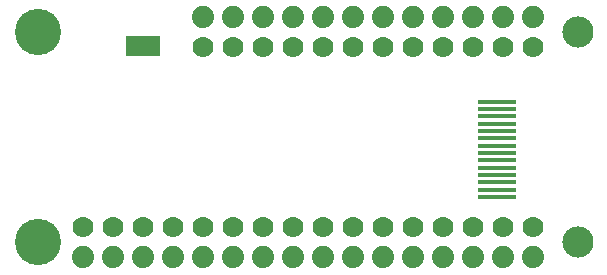
<source format=gbr>
G04 EAGLE Gerber RS-274X export*
G75*
%MOMM*%
%FSLAX34Y34*%
%LPD*%
%INSoldermask Bottom*%
%IPPOS*%
%AMOC8*
5,1,8,0,0,1.08239X$1,22.5*%
G01*
%ADD10R,3.301600X0.451600*%
%ADD11C,2.641600*%
%ADD12C,3.911600*%
%ADD13C,1.879600*%
%ADD14C,1.778000*%
%ADD15R,2.921000X1.651000*%


D10*
X414040Y63840D03*
X414040Y70040D03*
X414040Y76240D03*
X414040Y82440D03*
X414040Y88640D03*
X414040Y94840D03*
X414040Y101040D03*
X414040Y107240D03*
X414040Y113440D03*
X414040Y119640D03*
X414040Y125840D03*
X414040Y132040D03*
X414040Y138240D03*
X414040Y144440D03*
D11*
X482600Y203200D03*
X482600Y25400D03*
D12*
X25400Y203200D03*
X25400Y25400D03*
D13*
X165100Y215900D03*
X190500Y215900D03*
X215900Y215900D03*
X241300Y215900D03*
X266700Y215900D03*
X292100Y215900D03*
X317500Y215900D03*
X342900Y215900D03*
X368300Y215900D03*
X393700Y215900D03*
X419100Y215900D03*
X444500Y215900D03*
X165100Y12700D03*
X190500Y12700D03*
X215900Y12700D03*
X241300Y12700D03*
X266700Y12700D03*
X292100Y12700D03*
X317500Y12700D03*
X342900Y12700D03*
X368300Y12700D03*
X393700Y12700D03*
X419100Y12700D03*
X444500Y12700D03*
X139700Y12700D03*
X114300Y12700D03*
X88900Y12700D03*
X63500Y12700D03*
D14*
X444500Y38100D03*
X419100Y38100D03*
X393700Y38100D03*
X368300Y38100D03*
X342900Y38100D03*
X317500Y38100D03*
X292100Y38100D03*
X266700Y38100D03*
X241300Y38100D03*
X215900Y38100D03*
X190500Y38100D03*
X165100Y38100D03*
X139700Y38100D03*
X114300Y38100D03*
X88900Y38100D03*
X63500Y38100D03*
X165100Y190500D03*
X190500Y190500D03*
X215900Y190500D03*
X241300Y190500D03*
X266700Y190500D03*
X292100Y190500D03*
X317500Y190500D03*
X342900Y190500D03*
X368300Y190500D03*
X393700Y190500D03*
X419100Y190500D03*
X444500Y190500D03*
D15*
X114300Y191770D03*
M02*

</source>
